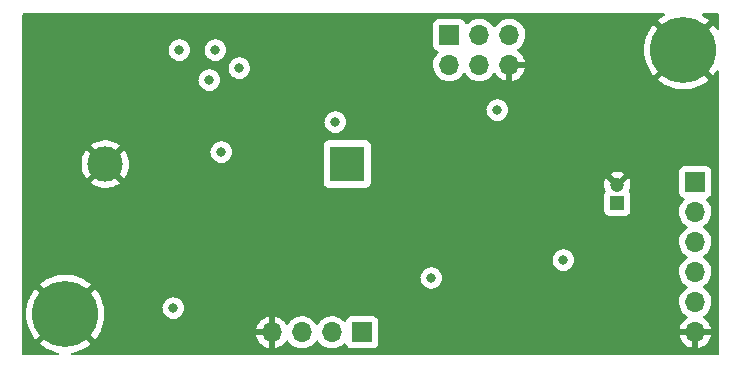
<source format=gbr>
%TF.GenerationSoftware,KiCad,Pcbnew,(6.0.1)*%
%TF.CreationDate,2022-03-15T19:27:33-04:00*%
%TF.ProjectId,Main-Board,4d61696e-2d42-46f6-9172-642e6b696361,rev?*%
%TF.SameCoordinates,Original*%
%TF.FileFunction,Copper,L3,Inr*%
%TF.FilePolarity,Positive*%
%FSLAX46Y46*%
G04 Gerber Fmt 4.6, Leading zero omitted, Abs format (unit mm)*
G04 Created by KiCad (PCBNEW (6.0.1)) date 2022-03-15 19:27:33*
%MOMM*%
%LPD*%
G01*
G04 APERTURE LIST*
%TA.AperFunction,ComponentPad*%
%ADD10R,1.700000X1.700000*%
%TD*%
%TA.AperFunction,ComponentPad*%
%ADD11O,1.700000X1.700000*%
%TD*%
%TA.AperFunction,ComponentPad*%
%ADD12C,5.600000*%
%TD*%
%TA.AperFunction,ComponentPad*%
%ADD13R,3.000000X3.000000*%
%TD*%
%TA.AperFunction,ComponentPad*%
%ADD14C,3.000000*%
%TD*%
%TA.AperFunction,ComponentPad*%
%ADD15R,1.200000X1.200000*%
%TD*%
%TA.AperFunction,ComponentPad*%
%ADD16C,1.200000*%
%TD*%
%TA.AperFunction,ViaPad*%
%ADD17C,0.800000*%
%TD*%
G04 APERTURE END LIST*
D10*
%TO.N,+3V3*%
%TO.C,J1*%
X157480000Y-114808000D03*
D11*
%TO.N,/MISO*%
X157480000Y-117348000D03*
%TO.N,/MOSI*%
X157480000Y-119888000D03*
%TO.N,/SCK*%
X157480000Y-122428000D03*
%TO.N,/~{SS}*%
X157480000Y-124968000D03*
%TO.N,GND*%
X157480000Y-127508000D03*
%TD*%
D12*
%TO.N,GND*%
%TO.C,REF\u002A\u002A*%
X104140000Y-125984000D03*
%TD*%
%TO.N,GND*%
%TO.C,REF\u002A\u002A*%
X156464000Y-103632000D03*
%TD*%
D10*
%TO.N,Net-(J2-Pad1)*%
%TO.C,J2*%
X136652000Y-102357000D03*
D11*
%TO.N,+3V3*%
X136652000Y-104897000D03*
%TO.N,unconnected-(J2-Pad3)*%
X139192000Y-102357000D03*
%TO.N,unconnected-(J2-Pad4)*%
X139192000Y-104897000D03*
%TO.N,unconnected-(J2-Pad5)*%
X141732000Y-102357000D03*
%TO.N,GND*%
X141732000Y-104897000D03*
%TD*%
D13*
%TO.N,Net-(BT1-Pad1)*%
%TO.C,BT1*%
X128016000Y-113284000D03*
D14*
%TO.N,GND*%
X107526000Y-113284000D03*
%TD*%
D15*
%TO.N,+1V8*%
%TO.C,C7*%
X150876000Y-116546600D03*
D16*
%TO.N,GND*%
X150876000Y-115046600D03*
%TD*%
D10*
%TO.N,+3V3*%
%TO.C,J3*%
X129276000Y-127533000D03*
D11*
%TO.N,/SDA*%
X126736000Y-127533000D03*
%TO.N,/SCL*%
X124196000Y-127533000D03*
%TO.N,GND*%
X121656000Y-127533000D03*
%TD*%
D17*
%TO.N,GND*%
X127000000Y-108204000D03*
X145796000Y-107696000D03*
X151384000Y-122428000D03*
X132080000Y-117856000D03*
X138684000Y-119888000D03*
X139700000Y-109728000D03*
%TO.N,+3V3*%
X135128000Y-122936000D03*
X113284000Y-125476000D03*
X127000000Y-109728000D03*
X140716000Y-108712000D03*
X146308299Y-121416299D03*
%TO.N,/MISO*%
X118872000Y-105156000D03*
%TO.N,/MOSI*%
X116332000Y-106172000D03*
%TO.N,/SCK*%
X116840000Y-103632000D03*
%TO.N,/~{SS}*%
X113792000Y-103632000D03*
%TO.N,Current Sense*%
X117348000Y-112268000D03*
%TD*%
%TA.AperFunction,Conductor*%
%TO.N,GND*%
G36*
X154854491Y-100528002D02*
G01*
X154900984Y-100581658D01*
X154911088Y-100651932D01*
X154881594Y-100716512D01*
X154851076Y-100742116D01*
X154614401Y-100883763D01*
X154608755Y-100887571D01*
X154328408Y-101099596D01*
X154323211Y-101103987D01*
X154321972Y-101105155D01*
X154313950Y-101118862D01*
X154313986Y-101119704D01*
X154319037Y-101127826D01*
X156451190Y-103259980D01*
X156465131Y-103267592D01*
X156466966Y-103267461D01*
X156473580Y-103263210D01*
X158606798Y-101129991D01*
X158614412Y-101116047D01*
X158614344Y-101115089D01*
X158609836Y-101108272D01*
X158608418Y-101107065D01*
X158328813Y-100894064D01*
X158323187Y-100890240D01*
X158077265Y-100741890D01*
X158029267Y-100689576D01*
X158017172Y-100619617D01*
X158044819Y-100554225D01*
X158103431Y-100514161D01*
X158142348Y-100508000D01*
X159366000Y-100508000D01*
X159434121Y-100528002D01*
X159480614Y-100581658D01*
X159492000Y-100634000D01*
X159492000Y-101793061D01*
X159471998Y-101861182D01*
X159418342Y-101907675D01*
X159348068Y-101917779D01*
X159283488Y-101888285D01*
X159261664Y-101863702D01*
X159104697Y-101631863D01*
X159100590Y-101626453D01*
X158987565Y-101493179D01*
X158974740Y-101484743D01*
X158964416Y-101490795D01*
X156836020Y-103619190D01*
X156828408Y-103633131D01*
X156828539Y-103634966D01*
X156832790Y-103641580D01*
X158963009Y-105771798D01*
X158976605Y-105779223D01*
X158986218Y-105772522D01*
X159086518Y-105655912D01*
X159090676Y-105650514D01*
X159262160Y-105401002D01*
X159317228Y-105356191D01*
X159387781Y-105348266D01*
X159451419Y-105379742D01*
X159487936Y-105440627D01*
X159492000Y-105472369D01*
X159492000Y-129366000D01*
X159471998Y-129434121D01*
X159418342Y-129480614D01*
X159366000Y-129492000D01*
X104746571Y-129492000D01*
X104678450Y-129471998D01*
X104631957Y-129418342D01*
X104621853Y-129348068D01*
X104651347Y-129283488D01*
X104711073Y-129245104D01*
X104720159Y-129242799D01*
X105005274Y-129181676D01*
X105011822Y-129179897D01*
X105345549Y-129069527D01*
X105351891Y-129067041D01*
X105671718Y-128921288D01*
X105677777Y-128918121D01*
X105979995Y-128738676D01*
X105985659Y-128734884D01*
X106266732Y-128523849D01*
X106271958Y-128519464D01*
X106281613Y-128510428D01*
X106289682Y-128496750D01*
X106289654Y-128496024D01*
X106284512Y-128487723D01*
X104152810Y-126356020D01*
X104138869Y-126348408D01*
X104137034Y-126348539D01*
X104130420Y-126352790D01*
X101996774Y-128486437D01*
X101989160Y-128500381D01*
X101989237Y-128501470D01*
X101991698Y-128505206D01*
X102265632Y-128715404D01*
X102271262Y-128719259D01*
X102571591Y-128901862D01*
X102577593Y-128905080D01*
X102895897Y-129054184D01*
X102902202Y-129056732D01*
X103234743Y-129170587D01*
X103241313Y-129172446D01*
X103554758Y-129243083D01*
X103616815Y-129277571D01*
X103650375Y-129340136D01*
X103644782Y-129410912D01*
X103601813Y-129467428D01*
X103535109Y-129491742D01*
X103527058Y-129492000D01*
X100634000Y-129492000D01*
X100565879Y-129471998D01*
X100519386Y-129418342D01*
X100508000Y-129366000D01*
X100508000Y-125975832D01*
X100827333Y-125975832D01*
X100845117Y-126326893D01*
X100845827Y-126333649D01*
X100901420Y-126680723D01*
X100902859Y-126687378D01*
X100995608Y-127026410D01*
X100997757Y-127032871D01*
X101126581Y-127359912D01*
X101129412Y-127366095D01*
X101292803Y-127677310D01*
X101296286Y-127683152D01*
X101492330Y-127974896D01*
X101496433Y-127980340D01*
X101616425Y-128122836D01*
X101629164Y-128131279D01*
X101639608Y-128125181D01*
X103767980Y-125996810D01*
X103774357Y-125985131D01*
X104504408Y-125985131D01*
X104504539Y-125986966D01*
X104508790Y-125993580D01*
X106639009Y-128123798D01*
X106652605Y-128131223D01*
X106662218Y-128124522D01*
X106762518Y-128007912D01*
X106766676Y-128002514D01*
X106905195Y-127800966D01*
X120324257Y-127800966D01*
X120354565Y-127935446D01*
X120357645Y-127945275D01*
X120437770Y-128142603D01*
X120442413Y-128151794D01*
X120553694Y-128333388D01*
X120559777Y-128341699D01*
X120699213Y-128502667D01*
X120706580Y-128509883D01*
X120870434Y-128645916D01*
X120878881Y-128651831D01*
X121062756Y-128759279D01*
X121072042Y-128763729D01*
X121271001Y-128839703D01*
X121280899Y-128842579D01*
X121384250Y-128863606D01*
X121398299Y-128862410D01*
X121402000Y-128852065D01*
X121402000Y-128851517D01*
X121910000Y-128851517D01*
X121914064Y-128865359D01*
X121927478Y-128867393D01*
X121934184Y-128866534D01*
X121944262Y-128864392D01*
X122148255Y-128803191D01*
X122157842Y-128799433D01*
X122349095Y-128705739D01*
X122357945Y-128700464D01*
X122531328Y-128576792D01*
X122539200Y-128570139D01*
X122690052Y-128419812D01*
X122696730Y-128411965D01*
X122824022Y-128234819D01*
X122825279Y-128235722D01*
X122872373Y-128192362D01*
X122942311Y-128180145D01*
X123007751Y-128207678D01*
X123035579Y-128239511D01*
X123095987Y-128338088D01*
X123242250Y-128506938D01*
X123414126Y-128649632D01*
X123607000Y-128762338D01*
X123611825Y-128764180D01*
X123611826Y-128764181D01*
X123648515Y-128778191D01*
X123815692Y-128842030D01*
X123820760Y-128843061D01*
X123820763Y-128843062D01*
X123915862Y-128862410D01*
X124034597Y-128886567D01*
X124039772Y-128886757D01*
X124039774Y-128886757D01*
X124252673Y-128894564D01*
X124252677Y-128894564D01*
X124257837Y-128894753D01*
X124262957Y-128894097D01*
X124262959Y-128894097D01*
X124474288Y-128867025D01*
X124474289Y-128867025D01*
X124479416Y-128866368D01*
X124484366Y-128864883D01*
X124688429Y-128803661D01*
X124688434Y-128803659D01*
X124693384Y-128802174D01*
X124893994Y-128703896D01*
X125075860Y-128574173D01*
X125098320Y-128551792D01*
X125172704Y-128477667D01*
X125234096Y-128416489D01*
X125249673Y-128394812D01*
X125364453Y-128235077D01*
X125365776Y-128236028D01*
X125412645Y-128192857D01*
X125482580Y-128180625D01*
X125548026Y-128208144D01*
X125575875Y-128239994D01*
X125635987Y-128338088D01*
X125782250Y-128506938D01*
X125954126Y-128649632D01*
X126147000Y-128762338D01*
X126151825Y-128764180D01*
X126151826Y-128764181D01*
X126188515Y-128778191D01*
X126355692Y-128842030D01*
X126360760Y-128843061D01*
X126360763Y-128843062D01*
X126455862Y-128862410D01*
X126574597Y-128886567D01*
X126579772Y-128886757D01*
X126579774Y-128886757D01*
X126792673Y-128894564D01*
X126792677Y-128894564D01*
X126797837Y-128894753D01*
X126802957Y-128894097D01*
X126802959Y-128894097D01*
X127014288Y-128867025D01*
X127014289Y-128867025D01*
X127019416Y-128866368D01*
X127024366Y-128864883D01*
X127228429Y-128803661D01*
X127228434Y-128803659D01*
X127233384Y-128802174D01*
X127433994Y-128703896D01*
X127615860Y-128574173D01*
X127724091Y-128466319D01*
X127786462Y-128432404D01*
X127857268Y-128437592D01*
X127914030Y-128480238D01*
X127931012Y-128511341D01*
X127946177Y-128551792D01*
X127975385Y-128629705D01*
X128062739Y-128746261D01*
X128179295Y-128833615D01*
X128315684Y-128884745D01*
X128377866Y-128891500D01*
X130174134Y-128891500D01*
X130236316Y-128884745D01*
X130372705Y-128833615D01*
X130489261Y-128746261D01*
X130576615Y-128629705D01*
X130627745Y-128493316D01*
X130634500Y-128431134D01*
X130634500Y-127775966D01*
X156148257Y-127775966D01*
X156178565Y-127910446D01*
X156181645Y-127920275D01*
X156261770Y-128117603D01*
X156266413Y-128126794D01*
X156377694Y-128308388D01*
X156383777Y-128316699D01*
X156523213Y-128477667D01*
X156530580Y-128484883D01*
X156694434Y-128620916D01*
X156702881Y-128626831D01*
X156886756Y-128734279D01*
X156896042Y-128738729D01*
X157095001Y-128814703D01*
X157104899Y-128817579D01*
X157208250Y-128838606D01*
X157222299Y-128837410D01*
X157226000Y-128827065D01*
X157226000Y-128826517D01*
X157734000Y-128826517D01*
X157738064Y-128840359D01*
X157751478Y-128842393D01*
X157758184Y-128841534D01*
X157768262Y-128839392D01*
X157972255Y-128778191D01*
X157981842Y-128774433D01*
X158173095Y-128680739D01*
X158181945Y-128675464D01*
X158355328Y-128551792D01*
X158363200Y-128545139D01*
X158514052Y-128394812D01*
X158520730Y-128386965D01*
X158645003Y-128214020D01*
X158650313Y-128205183D01*
X158744670Y-128014267D01*
X158748469Y-128004672D01*
X158810377Y-127800910D01*
X158812555Y-127790837D01*
X158813986Y-127779962D01*
X158811775Y-127765778D01*
X158798617Y-127762000D01*
X157752115Y-127762000D01*
X157736876Y-127766475D01*
X157735671Y-127767865D01*
X157734000Y-127775548D01*
X157734000Y-128826517D01*
X157226000Y-128826517D01*
X157226000Y-127780115D01*
X157221525Y-127764876D01*
X157220135Y-127763671D01*
X157212452Y-127762000D01*
X156163225Y-127762000D01*
X156149694Y-127765973D01*
X156148257Y-127775966D01*
X130634500Y-127775966D01*
X130634500Y-126634866D01*
X130627745Y-126572684D01*
X130576615Y-126436295D01*
X130489261Y-126319739D01*
X130372705Y-126232385D01*
X130236316Y-126181255D01*
X130174134Y-126174500D01*
X128377866Y-126174500D01*
X128315684Y-126181255D01*
X128179295Y-126232385D01*
X128062739Y-126319739D01*
X127975385Y-126436295D01*
X127972233Y-126444703D01*
X127930919Y-126554907D01*
X127888277Y-126611671D01*
X127821716Y-126636371D01*
X127752367Y-126621163D01*
X127719743Y-126595476D01*
X127669151Y-126539875D01*
X127669142Y-126539866D01*
X127665670Y-126536051D01*
X127661619Y-126532852D01*
X127661615Y-126532848D01*
X127494414Y-126400800D01*
X127494410Y-126400798D01*
X127490359Y-126397598D01*
X127454028Y-126377542D01*
X127401104Y-126348327D01*
X127294789Y-126289638D01*
X127289920Y-126287914D01*
X127289916Y-126287912D01*
X127089087Y-126216795D01*
X127089083Y-126216794D01*
X127084212Y-126215069D01*
X127079119Y-126214162D01*
X127079116Y-126214161D01*
X126869373Y-126176800D01*
X126869367Y-126176799D01*
X126864284Y-126175894D01*
X126790452Y-126174992D01*
X126646081Y-126173228D01*
X126646079Y-126173228D01*
X126640911Y-126173165D01*
X126420091Y-126206955D01*
X126207756Y-126276357D01*
X126162940Y-126299687D01*
X126061399Y-126352546D01*
X126009607Y-126379507D01*
X126005474Y-126382610D01*
X126005471Y-126382612D01*
X125835100Y-126510530D01*
X125830965Y-126513635D01*
X125805541Y-126540240D01*
X125737280Y-126611671D01*
X125676629Y-126675138D01*
X125569201Y-126832621D01*
X125514293Y-126877621D01*
X125443768Y-126885792D01*
X125380021Y-126854538D01*
X125359324Y-126830054D01*
X125278822Y-126705617D01*
X125278820Y-126705614D01*
X125276014Y-126701277D01*
X125125670Y-126536051D01*
X125121619Y-126532852D01*
X125121615Y-126532848D01*
X124954414Y-126400800D01*
X124954410Y-126400798D01*
X124950359Y-126397598D01*
X124914028Y-126377542D01*
X124861104Y-126348327D01*
X124754789Y-126289638D01*
X124749920Y-126287914D01*
X124749916Y-126287912D01*
X124549087Y-126216795D01*
X124549083Y-126216794D01*
X124544212Y-126215069D01*
X124539119Y-126214162D01*
X124539116Y-126214161D01*
X124329373Y-126176800D01*
X124329367Y-126176799D01*
X124324284Y-126175894D01*
X124250452Y-126174992D01*
X124106081Y-126173228D01*
X124106079Y-126173228D01*
X124100911Y-126173165D01*
X123880091Y-126206955D01*
X123667756Y-126276357D01*
X123622940Y-126299687D01*
X123521399Y-126352546D01*
X123469607Y-126379507D01*
X123465474Y-126382610D01*
X123465471Y-126382612D01*
X123295100Y-126510530D01*
X123290965Y-126513635D01*
X123265541Y-126540240D01*
X123197280Y-126611671D01*
X123136629Y-126675138D01*
X123133720Y-126679403D01*
X123133714Y-126679411D01*
X123132819Y-126680723D01*
X123029204Y-126832618D01*
X123028898Y-126833066D01*
X122973987Y-126878069D01*
X122903462Y-126886240D01*
X122839715Y-126854986D01*
X122819018Y-126830502D01*
X122738426Y-126705926D01*
X122732136Y-126697757D01*
X122588806Y-126540240D01*
X122581273Y-126533215D01*
X122414139Y-126401222D01*
X122405552Y-126395517D01*
X122219117Y-126292599D01*
X122209705Y-126288369D01*
X122008959Y-126217280D01*
X121998988Y-126214646D01*
X121927837Y-126201972D01*
X121914540Y-126203432D01*
X121910000Y-126217989D01*
X121910000Y-128851517D01*
X121402000Y-128851517D01*
X121402000Y-127805115D01*
X121397525Y-127789876D01*
X121396135Y-127788671D01*
X121388452Y-127787000D01*
X120339225Y-127787000D01*
X120325694Y-127790973D01*
X120324257Y-127800966D01*
X106905195Y-127800966D01*
X106965762Y-127712840D01*
X106969310Y-127707029D01*
X107135942Y-127397559D01*
X107138849Y-127391381D01*
X107189281Y-127267183D01*
X120320389Y-127267183D01*
X120321912Y-127275607D01*
X120334292Y-127279000D01*
X121383885Y-127279000D01*
X121399124Y-127274525D01*
X121400329Y-127273135D01*
X121402000Y-127265452D01*
X121402000Y-126216102D01*
X121398082Y-126202758D01*
X121383806Y-126200771D01*
X121345324Y-126206660D01*
X121335288Y-126209051D01*
X121132868Y-126275212D01*
X121123359Y-126279209D01*
X120934463Y-126377542D01*
X120925738Y-126383036D01*
X120755433Y-126510905D01*
X120747726Y-126517748D01*
X120600590Y-126671717D01*
X120594104Y-126679727D01*
X120474098Y-126855649D01*
X120469000Y-126864623D01*
X120379338Y-127057783D01*
X120375775Y-127067470D01*
X120320389Y-127267183D01*
X107189281Y-127267183D01*
X107271090Y-127065713D01*
X107273304Y-127059283D01*
X107369598Y-126721237D01*
X107371105Y-126714607D01*
X107430332Y-126368118D01*
X107431112Y-126361378D01*
X107452668Y-126008925D01*
X107452784Y-126005323D01*
X107452853Y-125985819D01*
X107452761Y-125982194D01*
X107433666Y-125629615D01*
X107432931Y-125622849D01*
X107408884Y-125476000D01*
X112370496Y-125476000D01*
X112371186Y-125482565D01*
X112382165Y-125587020D01*
X112390458Y-125665928D01*
X112449473Y-125847556D01*
X112544960Y-126012944D01*
X112549378Y-126017851D01*
X112549379Y-126017852D01*
X112668325Y-126149955D01*
X112672747Y-126154866D01*
X112827248Y-126267118D01*
X112833276Y-126269802D01*
X112833278Y-126269803D01*
X112995681Y-126342109D01*
X113001712Y-126344794D01*
X113095113Y-126364647D01*
X113182056Y-126383128D01*
X113182061Y-126383128D01*
X113188513Y-126384500D01*
X113379487Y-126384500D01*
X113385939Y-126383128D01*
X113385944Y-126383128D01*
X113472887Y-126364647D01*
X113566288Y-126344794D01*
X113572319Y-126342109D01*
X113734722Y-126269803D01*
X113734724Y-126269802D01*
X113740752Y-126267118D01*
X113895253Y-126154866D01*
X113899675Y-126149955D01*
X114018621Y-126017852D01*
X114018622Y-126017851D01*
X114023040Y-126012944D01*
X114118527Y-125847556D01*
X114177542Y-125665928D01*
X114185836Y-125587020D01*
X114196814Y-125482565D01*
X114197504Y-125476000D01*
X114177542Y-125286072D01*
X114118527Y-125104444D01*
X114023040Y-124939056D01*
X114019113Y-124934695D01*
X156117251Y-124934695D01*
X156117548Y-124939848D01*
X156117548Y-124939851D01*
X156123011Y-125034590D01*
X156130110Y-125157715D01*
X156131247Y-125162761D01*
X156131248Y-125162767D01*
X156151119Y-125250939D01*
X156179222Y-125375639D01*
X156263266Y-125582616D01*
X156379987Y-125773088D01*
X156526250Y-125941938D01*
X156698126Y-126084632D01*
X156771955Y-126127774D01*
X156820679Y-126179412D01*
X156833750Y-126249195D01*
X156807019Y-126314967D01*
X156766562Y-126348327D01*
X156758457Y-126352546D01*
X156749738Y-126358036D01*
X156579433Y-126485905D01*
X156571726Y-126492748D01*
X156424590Y-126646717D01*
X156418104Y-126654727D01*
X156298098Y-126830649D01*
X156293000Y-126839623D01*
X156203338Y-127032783D01*
X156199775Y-127042470D01*
X156144389Y-127242183D01*
X156145912Y-127250607D01*
X156158292Y-127254000D01*
X158798344Y-127254000D01*
X158811875Y-127250027D01*
X158813180Y-127240947D01*
X158771214Y-127073875D01*
X158767894Y-127064124D01*
X158682972Y-126868814D01*
X158678105Y-126859739D01*
X158562426Y-126680926D01*
X158556136Y-126672757D01*
X158412806Y-126515240D01*
X158405273Y-126508215D01*
X158238139Y-126376222D01*
X158229556Y-126370520D01*
X158192602Y-126350120D01*
X158142631Y-126299687D01*
X158127859Y-126230245D01*
X158152975Y-126163839D01*
X158180327Y-126137232D01*
X158203797Y-126120491D01*
X158359860Y-126009173D01*
X158363724Y-126005323D01*
X158514435Y-125855137D01*
X158518096Y-125851489D01*
X158577594Y-125768689D01*
X158645435Y-125674277D01*
X158648453Y-125670077D01*
X158668451Y-125629615D01*
X158745136Y-125474453D01*
X158745137Y-125474451D01*
X158747430Y-125469811D01*
X158812370Y-125256069D01*
X158841529Y-125034590D01*
X158843156Y-124968000D01*
X158824852Y-124745361D01*
X158770431Y-124528702D01*
X158681354Y-124323840D01*
X158560014Y-124136277D01*
X158409670Y-123971051D01*
X158405619Y-123967852D01*
X158405615Y-123967848D01*
X158238414Y-123835800D01*
X158238410Y-123835798D01*
X158234359Y-123832598D01*
X158193053Y-123809796D01*
X158143084Y-123759364D01*
X158128312Y-123689921D01*
X158153428Y-123623516D01*
X158180780Y-123596909D01*
X158224603Y-123565650D01*
X158359860Y-123469173D01*
X158370004Y-123459065D01*
X158514435Y-123315137D01*
X158518096Y-123311489D01*
X158577594Y-123228689D01*
X158645435Y-123134277D01*
X158648453Y-123130077D01*
X158682751Y-123060681D01*
X158745136Y-122934453D01*
X158745137Y-122934451D01*
X158747430Y-122929811D01*
X158812370Y-122716069D01*
X158841529Y-122494590D01*
X158843156Y-122428000D01*
X158824852Y-122205361D01*
X158770431Y-121988702D01*
X158681354Y-121783840D01*
X158641906Y-121722862D01*
X158562822Y-121600617D01*
X158562820Y-121600614D01*
X158560014Y-121596277D01*
X158409670Y-121431051D01*
X158405619Y-121427852D01*
X158405615Y-121427848D01*
X158238414Y-121295800D01*
X158238410Y-121295798D01*
X158234359Y-121292598D01*
X158193053Y-121269796D01*
X158143084Y-121219364D01*
X158128312Y-121149921D01*
X158153428Y-121083516D01*
X158180780Y-121056909D01*
X158224603Y-121025650D01*
X158359860Y-120929173D01*
X158518096Y-120771489D01*
X158577594Y-120688689D01*
X158645435Y-120594277D01*
X158648453Y-120590077D01*
X158668167Y-120550190D01*
X158745136Y-120394453D01*
X158745137Y-120394451D01*
X158747430Y-120389811D01*
X158812370Y-120176069D01*
X158841529Y-119954590D01*
X158843156Y-119888000D01*
X158824852Y-119665361D01*
X158770431Y-119448702D01*
X158681354Y-119243840D01*
X158560014Y-119056277D01*
X158409670Y-118891051D01*
X158405619Y-118887852D01*
X158405615Y-118887848D01*
X158238414Y-118755800D01*
X158238410Y-118755798D01*
X158234359Y-118752598D01*
X158193053Y-118729796D01*
X158143084Y-118679364D01*
X158128312Y-118609921D01*
X158153428Y-118543516D01*
X158180780Y-118516909D01*
X158224603Y-118485650D01*
X158359860Y-118389173D01*
X158518096Y-118231489D01*
X158577594Y-118148689D01*
X158645435Y-118054277D01*
X158648453Y-118050077D01*
X158747430Y-117849811D01*
X158812370Y-117636069D01*
X158841529Y-117414590D01*
X158841611Y-117411240D01*
X158843074Y-117351365D01*
X158843074Y-117351361D01*
X158843156Y-117348000D01*
X158824852Y-117125361D01*
X158770431Y-116908702D01*
X158681354Y-116703840D01*
X158560014Y-116516277D01*
X158556532Y-116512450D01*
X158412798Y-116354488D01*
X158381746Y-116290642D01*
X158390141Y-116220143D01*
X158435317Y-116165375D01*
X158461761Y-116151706D01*
X158568297Y-116111767D01*
X158576705Y-116108615D01*
X158693261Y-116021261D01*
X158780615Y-115904705D01*
X158831745Y-115768316D01*
X158838500Y-115706134D01*
X158838500Y-113909866D01*
X158831745Y-113847684D01*
X158780615Y-113711295D01*
X158693261Y-113594739D01*
X158576705Y-113507385D01*
X158440316Y-113456255D01*
X158378134Y-113449500D01*
X156581866Y-113449500D01*
X156519684Y-113456255D01*
X156383295Y-113507385D01*
X156266739Y-113594739D01*
X156179385Y-113711295D01*
X156128255Y-113847684D01*
X156121500Y-113909866D01*
X156121500Y-115706134D01*
X156128255Y-115768316D01*
X156179385Y-115904705D01*
X156266739Y-116021261D01*
X156383295Y-116108615D01*
X156391704Y-116111767D01*
X156391705Y-116111768D01*
X156500451Y-116152535D01*
X156557216Y-116195176D01*
X156581916Y-116261738D01*
X156566709Y-116331087D01*
X156547316Y-116357568D01*
X156420629Y-116490138D01*
X156294743Y-116674680D01*
X156200688Y-116877305D01*
X156140989Y-117092570D01*
X156117251Y-117314695D01*
X156117548Y-117319848D01*
X156117548Y-117319851D01*
X156123011Y-117414590D01*
X156130110Y-117537715D01*
X156131247Y-117542761D01*
X156131248Y-117542767D01*
X156142305Y-117591829D01*
X156179222Y-117755639D01*
X156263266Y-117962616D01*
X156379987Y-118153088D01*
X156526250Y-118321938D01*
X156698126Y-118464632D01*
X156768595Y-118505811D01*
X156771445Y-118507476D01*
X156820169Y-118559114D01*
X156833240Y-118628897D01*
X156806509Y-118694669D01*
X156766055Y-118728027D01*
X156753607Y-118734507D01*
X156749474Y-118737610D01*
X156749471Y-118737612D01*
X156725247Y-118755800D01*
X156574965Y-118868635D01*
X156420629Y-119030138D01*
X156294743Y-119214680D01*
X156200688Y-119417305D01*
X156140989Y-119632570D01*
X156117251Y-119854695D01*
X156117548Y-119859848D01*
X156117548Y-119859851D01*
X156123011Y-119954590D01*
X156130110Y-120077715D01*
X156131247Y-120082761D01*
X156131248Y-120082767D01*
X156151119Y-120170939D01*
X156179222Y-120295639D01*
X156263266Y-120502616D01*
X156379987Y-120693088D01*
X156526250Y-120861938D01*
X156698126Y-121004632D01*
X156756974Y-121039020D01*
X156771445Y-121047476D01*
X156820169Y-121099114D01*
X156833240Y-121168897D01*
X156806509Y-121234669D01*
X156766055Y-121268027D01*
X156753607Y-121274507D01*
X156749474Y-121277610D01*
X156749471Y-121277612D01*
X156725247Y-121295800D01*
X156574965Y-121408635D01*
X156420629Y-121570138D01*
X156294743Y-121754680D01*
X156279344Y-121787855D01*
X156205228Y-121947525D01*
X156200688Y-121957305D01*
X156140989Y-122172570D01*
X156117251Y-122394695D01*
X156117548Y-122399848D01*
X156117548Y-122399851D01*
X156123011Y-122494590D01*
X156130110Y-122617715D01*
X156131247Y-122622761D01*
X156131248Y-122622767D01*
X156153392Y-122721023D01*
X156179222Y-122835639D01*
X156263266Y-123042616D01*
X156379987Y-123233088D01*
X156526250Y-123401938D01*
X156698126Y-123544632D01*
X156768595Y-123585811D01*
X156771445Y-123587476D01*
X156820169Y-123639114D01*
X156833240Y-123708897D01*
X156806509Y-123774669D01*
X156766055Y-123808027D01*
X156753607Y-123814507D01*
X156749474Y-123817610D01*
X156749471Y-123817612D01*
X156579100Y-123945530D01*
X156574965Y-123948635D01*
X156420629Y-124110138D01*
X156294743Y-124294680D01*
X156200688Y-124497305D01*
X156140989Y-124712570D01*
X156117251Y-124934695D01*
X114019113Y-124934695D01*
X113999776Y-124913218D01*
X113899675Y-124802045D01*
X113899674Y-124802044D01*
X113895253Y-124797134D01*
X113740752Y-124684882D01*
X113734724Y-124682198D01*
X113734722Y-124682197D01*
X113572319Y-124609891D01*
X113572318Y-124609891D01*
X113566288Y-124607206D01*
X113471636Y-124587087D01*
X113385944Y-124568872D01*
X113385939Y-124568872D01*
X113379487Y-124567500D01*
X113188513Y-124567500D01*
X113182061Y-124568872D01*
X113182056Y-124568872D01*
X113096364Y-124587087D01*
X113001712Y-124607206D01*
X112995682Y-124609891D01*
X112995681Y-124609891D01*
X112833278Y-124682197D01*
X112833276Y-124682198D01*
X112827248Y-124684882D01*
X112672747Y-124797134D01*
X112668326Y-124802044D01*
X112668325Y-124802045D01*
X112568225Y-124913218D01*
X112544960Y-124939056D01*
X112449473Y-125104444D01*
X112390458Y-125286072D01*
X112370496Y-125476000D01*
X107408884Y-125476000D01*
X107376130Y-125275985D01*
X107374663Y-125269313D01*
X107280736Y-124930627D01*
X107278562Y-124924163D01*
X107148598Y-124597578D01*
X107145742Y-124591398D01*
X106981269Y-124280763D01*
X106977769Y-124274937D01*
X106780697Y-123983862D01*
X106776590Y-123978453D01*
X106663565Y-123845179D01*
X106650740Y-123836743D01*
X106640416Y-123842795D01*
X104512020Y-125971190D01*
X104504408Y-125985131D01*
X103774357Y-125985131D01*
X103775592Y-125982869D01*
X103775461Y-125981034D01*
X103771210Y-125974420D01*
X101640992Y-123844203D01*
X101627455Y-123836811D01*
X101617753Y-123843599D01*
X101510430Y-123969257D01*
X101506296Y-123974664D01*
X101308215Y-124265041D01*
X101304697Y-124270851D01*
X101139134Y-124580922D01*
X101136259Y-124587087D01*
X101005155Y-124913218D01*
X101002962Y-124919658D01*
X100907846Y-125258044D01*
X100906363Y-125264679D01*
X100848350Y-125611354D01*
X100847591Y-125618126D01*
X100827357Y-125969037D01*
X100827333Y-125975832D01*
X100508000Y-125975832D01*
X100508000Y-123470862D01*
X101989950Y-123470862D01*
X101989986Y-123471704D01*
X101995037Y-123479826D01*
X104127190Y-125611980D01*
X104141131Y-125619592D01*
X104142966Y-125619461D01*
X104149580Y-125615210D01*
X106282798Y-123481991D01*
X106290412Y-123468047D01*
X106290344Y-123467089D01*
X106285836Y-123460272D01*
X106284418Y-123459065D01*
X106004813Y-123246064D01*
X105999187Y-123242240D01*
X105698214Y-123060681D01*
X105692202Y-123057484D01*
X105430487Y-122936000D01*
X134214496Y-122936000D01*
X134215186Y-122942565D01*
X134226165Y-123047020D01*
X134234458Y-123125928D01*
X134293473Y-123307556D01*
X134388960Y-123472944D01*
X134393378Y-123477851D01*
X134393379Y-123477852D01*
X134512325Y-123609955D01*
X134516747Y-123614866D01*
X134671248Y-123727118D01*
X134677276Y-123729802D01*
X134677278Y-123729803D01*
X134839681Y-123802109D01*
X134845712Y-123804794D01*
X134906016Y-123817612D01*
X135026056Y-123843128D01*
X135026061Y-123843128D01*
X135032513Y-123844500D01*
X135223487Y-123844500D01*
X135229939Y-123843128D01*
X135229944Y-123843128D01*
X135349984Y-123817612D01*
X135410288Y-123804794D01*
X135416319Y-123802109D01*
X135578722Y-123729803D01*
X135578724Y-123729802D01*
X135584752Y-123727118D01*
X135739253Y-123614866D01*
X135743675Y-123609955D01*
X135862621Y-123477852D01*
X135862622Y-123477851D01*
X135867040Y-123472944D01*
X135962527Y-123307556D01*
X136021542Y-123125928D01*
X136029836Y-123047020D01*
X136040814Y-122942565D01*
X136041504Y-122936000D01*
X136021542Y-122746072D01*
X135962527Y-122564444D01*
X135867040Y-122399056D01*
X135798944Y-122323427D01*
X135743675Y-122262045D01*
X135743674Y-122262044D01*
X135739253Y-122257134D01*
X135584752Y-122144882D01*
X135578724Y-122142198D01*
X135578722Y-122142197D01*
X135416319Y-122069891D01*
X135416318Y-122069891D01*
X135410288Y-122067206D01*
X135316887Y-122047353D01*
X135229944Y-122028872D01*
X135229939Y-122028872D01*
X135223487Y-122027500D01*
X135032513Y-122027500D01*
X135026061Y-122028872D01*
X135026056Y-122028872D01*
X134939113Y-122047353D01*
X134845712Y-122067206D01*
X134839682Y-122069891D01*
X134839681Y-122069891D01*
X134677278Y-122142197D01*
X134677276Y-122142198D01*
X134671248Y-122144882D01*
X134516747Y-122257134D01*
X134512326Y-122262044D01*
X134512325Y-122262045D01*
X134457057Y-122323427D01*
X134388960Y-122399056D01*
X134293473Y-122564444D01*
X134234458Y-122746072D01*
X134214496Y-122936000D01*
X105430487Y-122936000D01*
X105373370Y-122909487D01*
X105367070Y-122906967D01*
X105034129Y-122794273D01*
X105027551Y-122792437D01*
X104684417Y-122716367D01*
X104677678Y-122715251D01*
X104328310Y-122676680D01*
X104321529Y-122676301D01*
X103970015Y-122675687D01*
X103963242Y-122676042D01*
X103613720Y-122713395D01*
X103607010Y-122714482D01*
X103263586Y-122789361D01*
X103257011Y-122791172D01*
X102923683Y-122902702D01*
X102917361Y-122905205D01*
X102598034Y-123052079D01*
X102591991Y-123055265D01*
X102290401Y-123235763D01*
X102284755Y-123239571D01*
X102004408Y-123451596D01*
X101999211Y-123455987D01*
X101997972Y-123457155D01*
X101989950Y-123470862D01*
X100508000Y-123470862D01*
X100508000Y-121416299D01*
X145394795Y-121416299D01*
X145414757Y-121606227D01*
X145473772Y-121787855D01*
X145569259Y-121953243D01*
X145573677Y-121958150D01*
X145573678Y-121958151D01*
X145670636Y-122065834D01*
X145697046Y-122095165D01*
X145851547Y-122207417D01*
X145857575Y-122210101D01*
X145857577Y-122210102D01*
X145974244Y-122262045D01*
X146026011Y-122285093D01*
X146119411Y-122304946D01*
X146206355Y-122323427D01*
X146206360Y-122323427D01*
X146212812Y-122324799D01*
X146403786Y-122324799D01*
X146410238Y-122323427D01*
X146410243Y-122323427D01*
X146497187Y-122304946D01*
X146590587Y-122285093D01*
X146642354Y-122262045D01*
X146759021Y-122210102D01*
X146759023Y-122210101D01*
X146765051Y-122207417D01*
X146919552Y-122095165D01*
X146945962Y-122065834D01*
X147042920Y-121958151D01*
X147042921Y-121958150D01*
X147047339Y-121953243D01*
X147142826Y-121787855D01*
X147201841Y-121606227D01*
X147221803Y-121416299D01*
X147201841Y-121226371D01*
X147142826Y-121044743D01*
X147047339Y-120879355D01*
X146919552Y-120737433D01*
X146765051Y-120625181D01*
X146759023Y-120622497D01*
X146759021Y-120622496D01*
X146596618Y-120550190D01*
X146596617Y-120550190D01*
X146590587Y-120547505D01*
X146497186Y-120527652D01*
X146410243Y-120509171D01*
X146410238Y-120509171D01*
X146403786Y-120507799D01*
X146212812Y-120507799D01*
X146206360Y-120509171D01*
X146206355Y-120509171D01*
X146119412Y-120527652D01*
X146026011Y-120547505D01*
X146019981Y-120550190D01*
X146019980Y-120550190D01*
X145857577Y-120622496D01*
X145857575Y-120622497D01*
X145851547Y-120625181D01*
X145697046Y-120737433D01*
X145569259Y-120879355D01*
X145473772Y-121044743D01*
X145414757Y-121226371D01*
X145394795Y-121416299D01*
X100508000Y-121416299D01*
X100508000Y-114873654D01*
X106301618Y-114873654D01*
X106308673Y-114883627D01*
X106339679Y-114909551D01*
X106346598Y-114914579D01*
X106571272Y-115055515D01*
X106578807Y-115059556D01*
X106820520Y-115168694D01*
X106828551Y-115171680D01*
X107082832Y-115247002D01*
X107091184Y-115248869D01*
X107353340Y-115288984D01*
X107361874Y-115289700D01*
X107627045Y-115293867D01*
X107635596Y-115293418D01*
X107898883Y-115261557D01*
X107907284Y-115259955D01*
X108163824Y-115192653D01*
X108171926Y-115189926D01*
X108416949Y-115088434D01*
X108424617Y-115084628D01*
X108653598Y-114950822D01*
X108660679Y-114946009D01*
X108740655Y-114883301D01*
X108749125Y-114871442D01*
X108742608Y-114859818D01*
X108714924Y-114832134D01*
X126007500Y-114832134D01*
X126014255Y-114894316D01*
X126065385Y-115030705D01*
X126152739Y-115147261D01*
X126269295Y-115234615D01*
X126405684Y-115285745D01*
X126467866Y-115292500D01*
X129564134Y-115292500D01*
X129626316Y-115285745D01*
X129762705Y-115234615D01*
X129879261Y-115147261D01*
X129966615Y-115030705D01*
X129969414Y-115023238D01*
X149764012Y-115023238D01*
X149776575Y-115214904D01*
X149778376Y-115226274D01*
X149825657Y-115412443D01*
X149829498Y-115423290D01*
X149875437Y-115522941D01*
X149885792Y-115593179D01*
X149861837Y-115651257D01*
X149830771Y-115692708D01*
X149830770Y-115692710D01*
X149825385Y-115699895D01*
X149774255Y-115836284D01*
X149767500Y-115898466D01*
X149767500Y-117194734D01*
X149774255Y-117256916D01*
X149825385Y-117393305D01*
X149912739Y-117509861D01*
X150029295Y-117597215D01*
X150165684Y-117648345D01*
X150227866Y-117655100D01*
X151524134Y-117655100D01*
X151586316Y-117648345D01*
X151722705Y-117597215D01*
X151839261Y-117509861D01*
X151926615Y-117393305D01*
X151977745Y-117256916D01*
X151984500Y-117194734D01*
X151984500Y-115898466D01*
X151977745Y-115836284D01*
X151926615Y-115699895D01*
X151891953Y-115653645D01*
X151867105Y-115587140D01*
X151882845Y-115516513D01*
X151889726Y-115504226D01*
X151894401Y-115493727D01*
X151956144Y-115311840D01*
X151958832Y-115300645D01*
X151986689Y-115108511D01*
X151987319Y-115101128D01*
X151988650Y-115050304D01*
X151988407Y-115042905D01*
X151970643Y-114849575D01*
X151968545Y-114838254D01*
X151916408Y-114653391D01*
X151912283Y-114642644D01*
X151828163Y-114472065D01*
X151820869Y-114466590D01*
X151808449Y-114473362D01*
X150965095Y-115316715D01*
X150902783Y-115350740D01*
X150831967Y-115345675D01*
X150786905Y-115316715D01*
X149944538Y-114474349D01*
X149932163Y-114467592D01*
X149926197Y-114472058D01*
X149850645Y-114615658D01*
X149846242Y-114626291D01*
X149789281Y-114809732D01*
X149786891Y-114820976D01*
X149764313Y-115011737D01*
X149764012Y-115023238D01*
X129969414Y-115023238D01*
X130017745Y-114894316D01*
X130024500Y-114832134D01*
X130024500Y-114105275D01*
X150298788Y-114105275D01*
X150302275Y-114113664D01*
X150863189Y-114674579D01*
X150877132Y-114682192D01*
X150878966Y-114682061D01*
X150885580Y-114677810D01*
X151446285Y-114117104D01*
X151453042Y-114104729D01*
X151447012Y-114096673D01*
X151386061Y-114058216D01*
X151375813Y-114052995D01*
X151197401Y-113981816D01*
X151186373Y-113978549D01*
X150997982Y-113941076D01*
X150986535Y-113939873D01*
X150794477Y-113937359D01*
X150782997Y-113938262D01*
X150593697Y-113970790D01*
X150582577Y-113973770D01*
X150402365Y-114040253D01*
X150391991Y-114045201D01*
X150308385Y-114094942D01*
X150298788Y-114105275D01*
X130024500Y-114105275D01*
X130024500Y-111735866D01*
X130017745Y-111673684D01*
X129966615Y-111537295D01*
X129879261Y-111420739D01*
X129762705Y-111333385D01*
X129626316Y-111282255D01*
X129564134Y-111275500D01*
X126467866Y-111275500D01*
X126405684Y-111282255D01*
X126269295Y-111333385D01*
X126152739Y-111420739D01*
X126065385Y-111537295D01*
X126014255Y-111673684D01*
X126007500Y-111735866D01*
X126007500Y-114832134D01*
X108714924Y-114832134D01*
X107538812Y-113656022D01*
X107524868Y-113648408D01*
X107523035Y-113648539D01*
X107516420Y-113652790D01*
X106308910Y-114860300D01*
X106301618Y-114873654D01*
X100508000Y-114873654D01*
X100508000Y-113267204D01*
X105513665Y-113267204D01*
X105528932Y-113531969D01*
X105530005Y-113540470D01*
X105581065Y-113800722D01*
X105583276Y-113808974D01*
X105669184Y-114059894D01*
X105672499Y-114067779D01*
X105791664Y-114304713D01*
X105796020Y-114312079D01*
X105925347Y-114500250D01*
X105935601Y-114508594D01*
X105949342Y-114501448D01*
X107153978Y-113296812D01*
X107160356Y-113285132D01*
X107890408Y-113285132D01*
X107890539Y-113286965D01*
X107894790Y-113293580D01*
X109101730Y-114500520D01*
X109113939Y-114507187D01*
X109125439Y-114498497D01*
X109222831Y-114365913D01*
X109227418Y-114358685D01*
X109353962Y-114125621D01*
X109357530Y-114117827D01*
X109451271Y-113869750D01*
X109453748Y-113861544D01*
X109512954Y-113603038D01*
X109514294Y-113594577D01*
X109538031Y-113328616D01*
X109538277Y-113323677D01*
X109538666Y-113286485D01*
X109538523Y-113281519D01*
X109520362Y-113015123D01*
X109519201Y-113006649D01*
X109465419Y-112746944D01*
X109463120Y-112738709D01*
X109374588Y-112488705D01*
X109371191Y-112480854D01*
X109261329Y-112268000D01*
X116434496Y-112268000D01*
X116454458Y-112457928D01*
X116513473Y-112639556D01*
X116608960Y-112804944D01*
X116736747Y-112946866D01*
X116891248Y-113059118D01*
X116897276Y-113061802D01*
X116897278Y-113061803D01*
X117059681Y-113134109D01*
X117065712Y-113136794D01*
X117159112Y-113156647D01*
X117246056Y-113175128D01*
X117246061Y-113175128D01*
X117252513Y-113176500D01*
X117443487Y-113176500D01*
X117449939Y-113175128D01*
X117449944Y-113175128D01*
X117536888Y-113156647D01*
X117630288Y-113136794D01*
X117636319Y-113134109D01*
X117798722Y-113061803D01*
X117798724Y-113061802D01*
X117804752Y-113059118D01*
X117959253Y-112946866D01*
X118087040Y-112804944D01*
X118182527Y-112639556D01*
X118241542Y-112457928D01*
X118261504Y-112268000D01*
X118241542Y-112078072D01*
X118182527Y-111896444D01*
X118087040Y-111731056D01*
X118054591Y-111695017D01*
X117963675Y-111594045D01*
X117963674Y-111594044D01*
X117959253Y-111589134D01*
X117804752Y-111476882D01*
X117798724Y-111474198D01*
X117798722Y-111474197D01*
X117636319Y-111401891D01*
X117636318Y-111401891D01*
X117630288Y-111399206D01*
X117536887Y-111379353D01*
X117449944Y-111360872D01*
X117449939Y-111360872D01*
X117443487Y-111359500D01*
X117252513Y-111359500D01*
X117246061Y-111360872D01*
X117246056Y-111360872D01*
X117159113Y-111379353D01*
X117065712Y-111399206D01*
X117059682Y-111401891D01*
X117059681Y-111401891D01*
X116897278Y-111474197D01*
X116897276Y-111474198D01*
X116891248Y-111476882D01*
X116736747Y-111589134D01*
X116732326Y-111594044D01*
X116732325Y-111594045D01*
X116641410Y-111695017D01*
X116608960Y-111731056D01*
X116513473Y-111896444D01*
X116454458Y-112078072D01*
X116434496Y-112268000D01*
X109261329Y-112268000D01*
X109249550Y-112245178D01*
X109245122Y-112237866D01*
X109126031Y-112068417D01*
X109115509Y-112060037D01*
X109102121Y-112067089D01*
X107898022Y-113271188D01*
X107890408Y-113285132D01*
X107160356Y-113285132D01*
X107161592Y-113282868D01*
X107161461Y-113281035D01*
X107157210Y-113274420D01*
X105949814Y-112067024D01*
X105937804Y-112060466D01*
X105926064Y-112069434D01*
X105817935Y-112219911D01*
X105813418Y-112227196D01*
X105689325Y-112461567D01*
X105685839Y-112469395D01*
X105594700Y-112718446D01*
X105592311Y-112726670D01*
X105535812Y-112985795D01*
X105534563Y-112994250D01*
X105513754Y-113258653D01*
X105513665Y-113267204D01*
X100508000Y-113267204D01*
X100508000Y-111696500D01*
X106302584Y-111696500D01*
X106308980Y-111707770D01*
X107513188Y-112911978D01*
X107527132Y-112919592D01*
X107528965Y-112919461D01*
X107535580Y-112915210D01*
X108742604Y-111708186D01*
X108749795Y-111695017D01*
X108742473Y-111684780D01*
X108695233Y-111646115D01*
X108688261Y-111641160D01*
X108462122Y-111502582D01*
X108454552Y-111498624D01*
X108211704Y-111392022D01*
X108203644Y-111389120D01*
X107948592Y-111316467D01*
X107940214Y-111314685D01*
X107677656Y-111277318D01*
X107669111Y-111276691D01*
X107403908Y-111275302D01*
X107395374Y-111275839D01*
X107132433Y-111310456D01*
X107124035Y-111312149D01*
X106868238Y-111382127D01*
X106860143Y-111384946D01*
X106616199Y-111488997D01*
X106608577Y-111492881D01*
X106381013Y-111629075D01*
X106373981Y-111633962D01*
X106311053Y-111684377D01*
X106302584Y-111696500D01*
X100508000Y-111696500D01*
X100508000Y-109728000D01*
X126086496Y-109728000D01*
X126106458Y-109917928D01*
X126165473Y-110099556D01*
X126260960Y-110264944D01*
X126388747Y-110406866D01*
X126543248Y-110519118D01*
X126549276Y-110521802D01*
X126549278Y-110521803D01*
X126711681Y-110594109D01*
X126717712Y-110596794D01*
X126811112Y-110616647D01*
X126898056Y-110635128D01*
X126898061Y-110635128D01*
X126904513Y-110636500D01*
X127095487Y-110636500D01*
X127101939Y-110635128D01*
X127101944Y-110635128D01*
X127188888Y-110616647D01*
X127282288Y-110596794D01*
X127288319Y-110594109D01*
X127450722Y-110521803D01*
X127450724Y-110521802D01*
X127456752Y-110519118D01*
X127611253Y-110406866D01*
X127739040Y-110264944D01*
X127834527Y-110099556D01*
X127893542Y-109917928D01*
X127913504Y-109728000D01*
X127912814Y-109721435D01*
X127894232Y-109544635D01*
X127894232Y-109544633D01*
X127893542Y-109538072D01*
X127834527Y-109356444D01*
X127739040Y-109191056D01*
X127611253Y-109049134D01*
X127456752Y-108936882D01*
X127450724Y-108934198D01*
X127450722Y-108934197D01*
X127288319Y-108861891D01*
X127288318Y-108861891D01*
X127282288Y-108859206D01*
X127188888Y-108839353D01*
X127101944Y-108820872D01*
X127101939Y-108820872D01*
X127095487Y-108819500D01*
X126904513Y-108819500D01*
X126898061Y-108820872D01*
X126898056Y-108820872D01*
X126811113Y-108839353D01*
X126717712Y-108859206D01*
X126711682Y-108861891D01*
X126711681Y-108861891D01*
X126549278Y-108934197D01*
X126549276Y-108934198D01*
X126543248Y-108936882D01*
X126388747Y-109049134D01*
X126260960Y-109191056D01*
X126165473Y-109356444D01*
X126106458Y-109538072D01*
X126105768Y-109544633D01*
X126105768Y-109544635D01*
X126087186Y-109721435D01*
X126086496Y-109728000D01*
X100508000Y-109728000D01*
X100508000Y-108712000D01*
X139802496Y-108712000D01*
X139803186Y-108718565D01*
X139817824Y-108857834D01*
X139822458Y-108901928D01*
X139881473Y-109083556D01*
X139976960Y-109248944D01*
X140104747Y-109390866D01*
X140259248Y-109503118D01*
X140265276Y-109505802D01*
X140265278Y-109505803D01*
X140337756Y-109538072D01*
X140433712Y-109580794D01*
X140527113Y-109600647D01*
X140614056Y-109619128D01*
X140614061Y-109619128D01*
X140620513Y-109620500D01*
X140811487Y-109620500D01*
X140817939Y-109619128D01*
X140817944Y-109619128D01*
X140904888Y-109600647D01*
X140998288Y-109580794D01*
X141094244Y-109538072D01*
X141166722Y-109505803D01*
X141166724Y-109505802D01*
X141172752Y-109503118D01*
X141327253Y-109390866D01*
X141455040Y-109248944D01*
X141550527Y-109083556D01*
X141609542Y-108901928D01*
X141614177Y-108857834D01*
X141628814Y-108718565D01*
X141629504Y-108712000D01*
X141609542Y-108522072D01*
X141550527Y-108340444D01*
X141455040Y-108175056D01*
X141327253Y-108033134D01*
X141172752Y-107920882D01*
X141166724Y-107918198D01*
X141166722Y-107918197D01*
X141004319Y-107845891D01*
X141004318Y-107845891D01*
X140998288Y-107843206D01*
X140904888Y-107823353D01*
X140817944Y-107804872D01*
X140817939Y-107804872D01*
X140811487Y-107803500D01*
X140620513Y-107803500D01*
X140614061Y-107804872D01*
X140614056Y-107804872D01*
X140527113Y-107823353D01*
X140433712Y-107843206D01*
X140427682Y-107845891D01*
X140427681Y-107845891D01*
X140265278Y-107918197D01*
X140265276Y-107918198D01*
X140259248Y-107920882D01*
X140104747Y-108033134D01*
X139976960Y-108175056D01*
X139881473Y-108340444D01*
X139822458Y-108522072D01*
X139802496Y-108712000D01*
X100508000Y-108712000D01*
X100508000Y-106172000D01*
X115418496Y-106172000D01*
X115438458Y-106361928D01*
X115497473Y-106543556D01*
X115592960Y-106708944D01*
X115720747Y-106850866D01*
X115875248Y-106963118D01*
X115881276Y-106965802D01*
X115881278Y-106965803D01*
X116043681Y-107038109D01*
X116049712Y-107040794D01*
X116143113Y-107060647D01*
X116230056Y-107079128D01*
X116230061Y-107079128D01*
X116236513Y-107080500D01*
X116427487Y-107080500D01*
X116433939Y-107079128D01*
X116433944Y-107079128D01*
X116520888Y-107060647D01*
X116614288Y-107040794D01*
X116620319Y-107038109D01*
X116782722Y-106965803D01*
X116782724Y-106965802D01*
X116788752Y-106963118D01*
X116943253Y-106850866D01*
X117071040Y-106708944D01*
X117166527Y-106543556D01*
X117225542Y-106361928D01*
X117245504Y-106172000D01*
X117241556Y-106134437D01*
X117226232Y-105988635D01*
X117226232Y-105988633D01*
X117225542Y-105982072D01*
X117166527Y-105800444D01*
X117156925Y-105783812D01*
X117083081Y-105655912D01*
X117071040Y-105635056D01*
X117039413Y-105599930D01*
X116947675Y-105498045D01*
X116947674Y-105498044D01*
X116943253Y-105493134D01*
X116788752Y-105380882D01*
X116782724Y-105378198D01*
X116782722Y-105378197D01*
X116620319Y-105305891D01*
X116620318Y-105305891D01*
X116614288Y-105303206D01*
X116520888Y-105283353D01*
X116433944Y-105264872D01*
X116433939Y-105264872D01*
X116427487Y-105263500D01*
X116236513Y-105263500D01*
X116230061Y-105264872D01*
X116230056Y-105264872D01*
X116143113Y-105283353D01*
X116049712Y-105303206D01*
X116043682Y-105305891D01*
X116043681Y-105305891D01*
X115881278Y-105378197D01*
X115881276Y-105378198D01*
X115875248Y-105380882D01*
X115720747Y-105493134D01*
X115716326Y-105498044D01*
X115716325Y-105498045D01*
X115624588Y-105599930D01*
X115592960Y-105635056D01*
X115580919Y-105655912D01*
X115507076Y-105783812D01*
X115497473Y-105800444D01*
X115438458Y-105982072D01*
X115437768Y-105988633D01*
X115437768Y-105988635D01*
X115422444Y-106134437D01*
X115418496Y-106172000D01*
X100508000Y-106172000D01*
X100508000Y-105156000D01*
X117958496Y-105156000D01*
X117959186Y-105162565D01*
X117973824Y-105301834D01*
X117978458Y-105345928D01*
X118037473Y-105527556D01*
X118132960Y-105692944D01*
X118137378Y-105697851D01*
X118137379Y-105697852D01*
X118207712Y-105775965D01*
X118260747Y-105834866D01*
X118359843Y-105906864D01*
X118407063Y-105941171D01*
X118415248Y-105947118D01*
X118421276Y-105949802D01*
X118421278Y-105949803D01*
X118583681Y-106022109D01*
X118589712Y-106024794D01*
X118683113Y-106044647D01*
X118770056Y-106063128D01*
X118770061Y-106063128D01*
X118776513Y-106064500D01*
X118967487Y-106064500D01*
X118973939Y-106063128D01*
X118973944Y-106063128D01*
X119060887Y-106044647D01*
X119154288Y-106024794D01*
X119160319Y-106022109D01*
X119322722Y-105949803D01*
X119322724Y-105949802D01*
X119328752Y-105947118D01*
X119336938Y-105941171D01*
X119384157Y-105906864D01*
X119483253Y-105834866D01*
X119536288Y-105775965D01*
X119606621Y-105697852D01*
X119606622Y-105697851D01*
X119611040Y-105692944D01*
X119706527Y-105527556D01*
X119765542Y-105345928D01*
X119770177Y-105301834D01*
X119784814Y-105162565D01*
X119785504Y-105156000D01*
X119777679Y-105081547D01*
X119766232Y-104972635D01*
X119766232Y-104972633D01*
X119765542Y-104966072D01*
X119732277Y-104863695D01*
X135289251Y-104863695D01*
X135302110Y-105086715D01*
X135303247Y-105091761D01*
X135303248Y-105091767D01*
X135316245Y-105149435D01*
X135351222Y-105304639D01*
X135406441Y-105440627D01*
X135426185Y-105489251D01*
X135435266Y-105511616D01*
X135485863Y-105594183D01*
X135549291Y-105697688D01*
X135551987Y-105702088D01*
X135698250Y-105870938D01*
X135870126Y-106013632D01*
X136063000Y-106126338D01*
X136067825Y-106128180D01*
X136067826Y-106128181D01*
X136133360Y-106153206D01*
X136271692Y-106206030D01*
X136276760Y-106207061D01*
X136276763Y-106207062D01*
X136371862Y-106226410D01*
X136490597Y-106250567D01*
X136495772Y-106250757D01*
X136495774Y-106250757D01*
X136708673Y-106258564D01*
X136708677Y-106258564D01*
X136713837Y-106258753D01*
X136718957Y-106258097D01*
X136718959Y-106258097D01*
X136930288Y-106231025D01*
X136930289Y-106231025D01*
X136935416Y-106230368D01*
X136940366Y-106228883D01*
X137144429Y-106167661D01*
X137144434Y-106167659D01*
X137149384Y-106166174D01*
X137349994Y-106067896D01*
X137531860Y-105938173D01*
X137690096Y-105780489D01*
X137697033Y-105770836D01*
X137820453Y-105599077D01*
X137821776Y-105600028D01*
X137868645Y-105556857D01*
X137938580Y-105544625D01*
X138004026Y-105572144D01*
X138031875Y-105603994D01*
X138091987Y-105702088D01*
X138238250Y-105870938D01*
X138410126Y-106013632D01*
X138603000Y-106126338D01*
X138607825Y-106128180D01*
X138607826Y-106128181D01*
X138673360Y-106153206D01*
X138811692Y-106206030D01*
X138816760Y-106207061D01*
X138816763Y-106207062D01*
X138911862Y-106226410D01*
X139030597Y-106250567D01*
X139035772Y-106250757D01*
X139035774Y-106250757D01*
X139248673Y-106258564D01*
X139248677Y-106258564D01*
X139253837Y-106258753D01*
X139258957Y-106258097D01*
X139258959Y-106258097D01*
X139470288Y-106231025D01*
X139470289Y-106231025D01*
X139475416Y-106230368D01*
X139480366Y-106228883D01*
X139684429Y-106167661D01*
X139684434Y-106167659D01*
X139689384Y-106166174D01*
X139889994Y-106067896D01*
X140071860Y-105938173D01*
X140230096Y-105780489D01*
X140237033Y-105770836D01*
X140360453Y-105599077D01*
X140361640Y-105599930D01*
X140408960Y-105556362D01*
X140478897Y-105544145D01*
X140544338Y-105571678D01*
X140572166Y-105603511D01*
X140629694Y-105697388D01*
X140635777Y-105705699D01*
X140775213Y-105866667D01*
X140782580Y-105873883D01*
X140946434Y-106009916D01*
X140954881Y-106015831D01*
X141138756Y-106123279D01*
X141148042Y-106127729D01*
X141347001Y-106203703D01*
X141356899Y-106206579D01*
X141460250Y-106227606D01*
X141474299Y-106226410D01*
X141478000Y-106216065D01*
X141478000Y-106215517D01*
X141986000Y-106215517D01*
X141990064Y-106229359D01*
X142003478Y-106231393D01*
X142010184Y-106230534D01*
X142020262Y-106228392D01*
X142224255Y-106167191D01*
X142233842Y-106163433D01*
X142264567Y-106148381D01*
X154313160Y-106148381D01*
X154313237Y-106149470D01*
X154315698Y-106153206D01*
X154589632Y-106363404D01*
X154595262Y-106367259D01*
X154895591Y-106549862D01*
X154901593Y-106553080D01*
X155219897Y-106702184D01*
X155226202Y-106704732D01*
X155558743Y-106818587D01*
X155565313Y-106820446D01*
X155908183Y-106897714D01*
X155914912Y-106898853D01*
X156264143Y-106938643D01*
X156270933Y-106939046D01*
X156622419Y-106940886D01*
X156629220Y-106940554D01*
X156978853Y-106904423D01*
X156985581Y-106903357D01*
X157329274Y-106829676D01*
X157335822Y-106827897D01*
X157669549Y-106717527D01*
X157675891Y-106715041D01*
X157995718Y-106569288D01*
X158001777Y-106566121D01*
X158303995Y-106386676D01*
X158309659Y-106382884D01*
X158590732Y-106171849D01*
X158595958Y-106167464D01*
X158605613Y-106158428D01*
X158613682Y-106144750D01*
X158613654Y-106144024D01*
X158608512Y-106135723D01*
X156476810Y-104004020D01*
X156462869Y-103996408D01*
X156461034Y-103996539D01*
X156454420Y-104000790D01*
X154320774Y-106134437D01*
X154313160Y-106148381D01*
X142264567Y-106148381D01*
X142425095Y-106069739D01*
X142433945Y-106064464D01*
X142607328Y-105940792D01*
X142615200Y-105934139D01*
X142766052Y-105783812D01*
X142772730Y-105775965D01*
X142897003Y-105603020D01*
X142902313Y-105594183D01*
X142996670Y-105403267D01*
X143000469Y-105393672D01*
X143062377Y-105189910D01*
X143064555Y-105179837D01*
X143065986Y-105168962D01*
X143063775Y-105154778D01*
X143050617Y-105151000D01*
X142004115Y-105151000D01*
X141988876Y-105155475D01*
X141987671Y-105156865D01*
X141986000Y-105164548D01*
X141986000Y-106215517D01*
X141478000Y-106215517D01*
X141478000Y-104769000D01*
X141498002Y-104700879D01*
X141551658Y-104654386D01*
X141604000Y-104643000D01*
X143050344Y-104643000D01*
X143063875Y-104639027D01*
X143065180Y-104629947D01*
X143023214Y-104462875D01*
X143019894Y-104453124D01*
X142934972Y-104257814D01*
X142930105Y-104248739D01*
X142814426Y-104069926D01*
X142808136Y-104061757D01*
X142664806Y-103904240D01*
X142657273Y-103897215D01*
X142490139Y-103765222D01*
X142481556Y-103759520D01*
X142444602Y-103739120D01*
X142394631Y-103688687D01*
X142380835Y-103623832D01*
X153151333Y-103623832D01*
X153169117Y-103974893D01*
X153169827Y-103981649D01*
X153225420Y-104328723D01*
X153226859Y-104335378D01*
X153319608Y-104674410D01*
X153321757Y-104680871D01*
X153450581Y-105007912D01*
X153453412Y-105014095D01*
X153616803Y-105325310D01*
X153620286Y-105331152D01*
X153816330Y-105622896D01*
X153820433Y-105628340D01*
X153940425Y-105770836D01*
X153953164Y-105779279D01*
X153963608Y-105773181D01*
X156091980Y-103644810D01*
X156099592Y-103630869D01*
X156099461Y-103629034D01*
X156095210Y-103622420D01*
X153964992Y-101492203D01*
X153951455Y-101484811D01*
X153941753Y-101491599D01*
X153834430Y-101617257D01*
X153830296Y-101622664D01*
X153632215Y-101913041D01*
X153628697Y-101918851D01*
X153463134Y-102228922D01*
X153460259Y-102235087D01*
X153329155Y-102561218D01*
X153326962Y-102567658D01*
X153231846Y-102906044D01*
X153230363Y-102912679D01*
X153172350Y-103259354D01*
X153171591Y-103266126D01*
X153151357Y-103617037D01*
X153151333Y-103623832D01*
X142380835Y-103623832D01*
X142379859Y-103619245D01*
X142404975Y-103552839D01*
X142432327Y-103526232D01*
X142455797Y-103509491D01*
X142611860Y-103398173D01*
X142770096Y-103240489D01*
X142900453Y-103059077D01*
X142921320Y-103016857D01*
X142997136Y-102863453D01*
X142997137Y-102863451D01*
X142999430Y-102858811D01*
X143064370Y-102645069D01*
X143093529Y-102423590D01*
X143095156Y-102357000D01*
X143076852Y-102134361D01*
X143022431Y-101917702D01*
X142933354Y-101712840D01*
X142812014Y-101525277D01*
X142661670Y-101360051D01*
X142657619Y-101356852D01*
X142657615Y-101356848D01*
X142490414Y-101224800D01*
X142490410Y-101224798D01*
X142486359Y-101221598D01*
X142290789Y-101113638D01*
X142285920Y-101111914D01*
X142285916Y-101111912D01*
X142085087Y-101040795D01*
X142085083Y-101040794D01*
X142080212Y-101039069D01*
X142075119Y-101038162D01*
X142075116Y-101038161D01*
X141865373Y-101000800D01*
X141865367Y-101000799D01*
X141860284Y-100999894D01*
X141786452Y-100998992D01*
X141642081Y-100997228D01*
X141642079Y-100997228D01*
X141636911Y-100997165D01*
X141416091Y-101030955D01*
X141203756Y-101100357D01*
X141005607Y-101203507D01*
X141001474Y-101206610D01*
X141001471Y-101206612D01*
X140831100Y-101334530D01*
X140826965Y-101337635D01*
X140823393Y-101341373D01*
X140678324Y-101493179D01*
X140672629Y-101499138D01*
X140565201Y-101656621D01*
X140510293Y-101701621D01*
X140439768Y-101709792D01*
X140376021Y-101678538D01*
X140355324Y-101654054D01*
X140274822Y-101529617D01*
X140274820Y-101529614D01*
X140272014Y-101525277D01*
X140121670Y-101360051D01*
X140117619Y-101356852D01*
X140117615Y-101356848D01*
X139950414Y-101224800D01*
X139950410Y-101224798D01*
X139946359Y-101221598D01*
X139750789Y-101113638D01*
X139745920Y-101111914D01*
X139745916Y-101111912D01*
X139545087Y-101040795D01*
X139545083Y-101040794D01*
X139540212Y-101039069D01*
X139535119Y-101038162D01*
X139535116Y-101038161D01*
X139325373Y-101000800D01*
X139325367Y-101000799D01*
X139320284Y-100999894D01*
X139246452Y-100998992D01*
X139102081Y-100997228D01*
X139102079Y-100997228D01*
X139096911Y-100997165D01*
X138876091Y-101030955D01*
X138663756Y-101100357D01*
X138465607Y-101203507D01*
X138461474Y-101206610D01*
X138461471Y-101206612D01*
X138291100Y-101334530D01*
X138286965Y-101337635D01*
X138230537Y-101396684D01*
X138206283Y-101422064D01*
X138144759Y-101457494D01*
X138073846Y-101454037D01*
X138016060Y-101412791D01*
X137997207Y-101379243D01*
X137955767Y-101268703D01*
X137952615Y-101260295D01*
X137865261Y-101143739D01*
X137748705Y-101056385D01*
X137612316Y-101005255D01*
X137550134Y-100998500D01*
X135753866Y-100998500D01*
X135691684Y-101005255D01*
X135555295Y-101056385D01*
X135438739Y-101143739D01*
X135351385Y-101260295D01*
X135300255Y-101396684D01*
X135293500Y-101458866D01*
X135293500Y-103255134D01*
X135300255Y-103317316D01*
X135351385Y-103453705D01*
X135438739Y-103570261D01*
X135555295Y-103657615D01*
X135563704Y-103660767D01*
X135563705Y-103660768D01*
X135672451Y-103701535D01*
X135729216Y-103744176D01*
X135753916Y-103810738D01*
X135738709Y-103880087D01*
X135719316Y-103906568D01*
X135626189Y-104004020D01*
X135592629Y-104039138D01*
X135466743Y-104223680D01*
X135372688Y-104426305D01*
X135312989Y-104641570D01*
X135289251Y-104863695D01*
X119732277Y-104863695D01*
X119706527Y-104784444D01*
X119697611Y-104769000D01*
X119614341Y-104624774D01*
X119611040Y-104619056D01*
X119483253Y-104477134D01*
X119328752Y-104364882D01*
X119322724Y-104362198D01*
X119322722Y-104362197D01*
X119160319Y-104289891D01*
X119160318Y-104289891D01*
X119154288Y-104287206D01*
X119060887Y-104267353D01*
X118973944Y-104248872D01*
X118973939Y-104248872D01*
X118967487Y-104247500D01*
X118776513Y-104247500D01*
X118770061Y-104248872D01*
X118770056Y-104248872D01*
X118683113Y-104267353D01*
X118589712Y-104287206D01*
X118583682Y-104289891D01*
X118583681Y-104289891D01*
X118421278Y-104362197D01*
X118421276Y-104362198D01*
X118415248Y-104364882D01*
X118260747Y-104477134D01*
X118132960Y-104619056D01*
X118129659Y-104624774D01*
X118046390Y-104769000D01*
X118037473Y-104784444D01*
X117978458Y-104966072D01*
X117977768Y-104972633D01*
X117977768Y-104972635D01*
X117966321Y-105081547D01*
X117958496Y-105156000D01*
X100508000Y-105156000D01*
X100508000Y-103632000D01*
X112878496Y-103632000D01*
X112879186Y-103638565D01*
X112890587Y-103747036D01*
X112898458Y-103821928D01*
X112957473Y-104003556D01*
X113052960Y-104168944D01*
X113057378Y-104173851D01*
X113057379Y-104173852D01*
X113118808Y-104242076D01*
X113180747Y-104310866D01*
X113335248Y-104423118D01*
X113341276Y-104425802D01*
X113341278Y-104425803D01*
X113503681Y-104498109D01*
X113509712Y-104500794D01*
X113603113Y-104520647D01*
X113690056Y-104539128D01*
X113690061Y-104539128D01*
X113696513Y-104540500D01*
X113887487Y-104540500D01*
X113893939Y-104539128D01*
X113893944Y-104539128D01*
X113980888Y-104520647D01*
X114074288Y-104500794D01*
X114080319Y-104498109D01*
X114242722Y-104425803D01*
X114242724Y-104425802D01*
X114248752Y-104423118D01*
X114403253Y-104310866D01*
X114465192Y-104242076D01*
X114526621Y-104173852D01*
X114526622Y-104173851D01*
X114531040Y-104168944D01*
X114626527Y-104003556D01*
X114685542Y-103821928D01*
X114693414Y-103747036D01*
X114704814Y-103638565D01*
X114705504Y-103632000D01*
X115926496Y-103632000D01*
X115927186Y-103638565D01*
X115938587Y-103747036D01*
X115946458Y-103821928D01*
X116005473Y-104003556D01*
X116100960Y-104168944D01*
X116105378Y-104173851D01*
X116105379Y-104173852D01*
X116166808Y-104242076D01*
X116228747Y-104310866D01*
X116383248Y-104423118D01*
X116389276Y-104425802D01*
X116389278Y-104425803D01*
X116551681Y-104498109D01*
X116557712Y-104500794D01*
X116651113Y-104520647D01*
X116738056Y-104539128D01*
X116738061Y-104539128D01*
X116744513Y-104540500D01*
X116935487Y-104540500D01*
X116941939Y-104539128D01*
X116941944Y-104539128D01*
X117028888Y-104520647D01*
X117122288Y-104500794D01*
X117128319Y-104498109D01*
X117290722Y-104425803D01*
X117290724Y-104425802D01*
X117296752Y-104423118D01*
X117451253Y-104310866D01*
X117513192Y-104242076D01*
X117574621Y-104173852D01*
X117574622Y-104173851D01*
X117579040Y-104168944D01*
X117674527Y-104003556D01*
X117733542Y-103821928D01*
X117741414Y-103747036D01*
X117752814Y-103638565D01*
X117753504Y-103632000D01*
X117742562Y-103527896D01*
X117734232Y-103448635D01*
X117734232Y-103448633D01*
X117733542Y-103442072D01*
X117674527Y-103260444D01*
X117669489Y-103251717D01*
X117582341Y-103100774D01*
X117579040Y-103095056D01*
X117546645Y-103059077D01*
X117455675Y-102958045D01*
X117455674Y-102958044D01*
X117451253Y-102953134D01*
X117321429Y-102858811D01*
X117302094Y-102844763D01*
X117302093Y-102844762D01*
X117296752Y-102840882D01*
X117290724Y-102838198D01*
X117290722Y-102838197D01*
X117128319Y-102765891D01*
X117128318Y-102765891D01*
X117122288Y-102763206D01*
X117028887Y-102743353D01*
X116941944Y-102724872D01*
X116941939Y-102724872D01*
X116935487Y-102723500D01*
X116744513Y-102723500D01*
X116738061Y-102724872D01*
X116738056Y-102724872D01*
X116651113Y-102743353D01*
X116557712Y-102763206D01*
X116551682Y-102765891D01*
X116551681Y-102765891D01*
X116389278Y-102838197D01*
X116389276Y-102838198D01*
X116383248Y-102840882D01*
X116377907Y-102844762D01*
X116377906Y-102844763D01*
X116358571Y-102858811D01*
X116228747Y-102953134D01*
X116224326Y-102958044D01*
X116224325Y-102958045D01*
X116133356Y-103059077D01*
X116100960Y-103095056D01*
X116097659Y-103100774D01*
X116010512Y-103251717D01*
X116005473Y-103260444D01*
X115946458Y-103442072D01*
X115945768Y-103448633D01*
X115945768Y-103448635D01*
X115937438Y-103527896D01*
X115926496Y-103632000D01*
X114705504Y-103632000D01*
X114694562Y-103527896D01*
X114686232Y-103448635D01*
X114686232Y-103448633D01*
X114685542Y-103442072D01*
X114626527Y-103260444D01*
X114621489Y-103251717D01*
X114534341Y-103100774D01*
X114531040Y-103095056D01*
X114498645Y-103059077D01*
X114407675Y-102958045D01*
X114407674Y-102958044D01*
X114403253Y-102953134D01*
X114273429Y-102858811D01*
X114254094Y-102844763D01*
X114254093Y-102844762D01*
X114248752Y-102840882D01*
X114242724Y-102838198D01*
X114242722Y-102838197D01*
X114080319Y-102765891D01*
X114080318Y-102765891D01*
X114074288Y-102763206D01*
X113980887Y-102743353D01*
X113893944Y-102724872D01*
X113893939Y-102724872D01*
X113887487Y-102723500D01*
X113696513Y-102723500D01*
X113690061Y-102724872D01*
X113690056Y-102724872D01*
X113603113Y-102743353D01*
X113509712Y-102763206D01*
X113503682Y-102765891D01*
X113503681Y-102765891D01*
X113341278Y-102838197D01*
X113341276Y-102838198D01*
X113335248Y-102840882D01*
X113329907Y-102844762D01*
X113329906Y-102844763D01*
X113310571Y-102858811D01*
X113180747Y-102953134D01*
X113176326Y-102958044D01*
X113176325Y-102958045D01*
X113085356Y-103059077D01*
X113052960Y-103095056D01*
X113049659Y-103100774D01*
X112962512Y-103251717D01*
X112957473Y-103260444D01*
X112898458Y-103442072D01*
X112897768Y-103448633D01*
X112897768Y-103448635D01*
X112889438Y-103527896D01*
X112878496Y-103632000D01*
X100508000Y-103632000D01*
X100508000Y-100634000D01*
X100528002Y-100565879D01*
X100581658Y-100519386D01*
X100634000Y-100508000D01*
X154786370Y-100508000D01*
X154854491Y-100528002D01*
G37*
%TD.AperFunction*%
%TD*%
M02*

</source>
